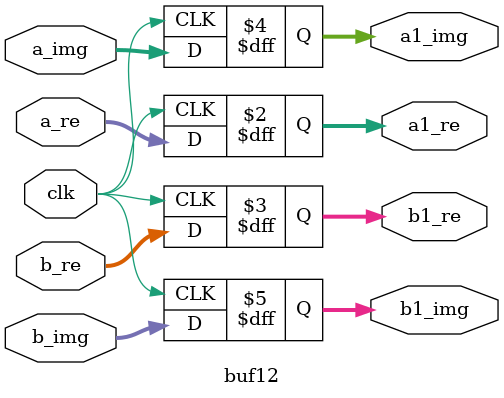
<source format=v>
`timescale 1ns / 1ps
module buf12(
    input [31:0] a_re,
    input [31:0] b_re,
    input [31:0] a_img,
    input [31:0] b_img,
    input clk,
    output reg [31:0] a1_re,
    output reg [31:0] b1_re,
    output reg [31:0] a1_img,
    output reg [31:0] b1_img
    );
always @(posedge clk) begin
a1_re<=a_re;
b1_re<=b_re;
a1_img<=a_img;
b1_img<=b_img;
end
endmodule

</source>
